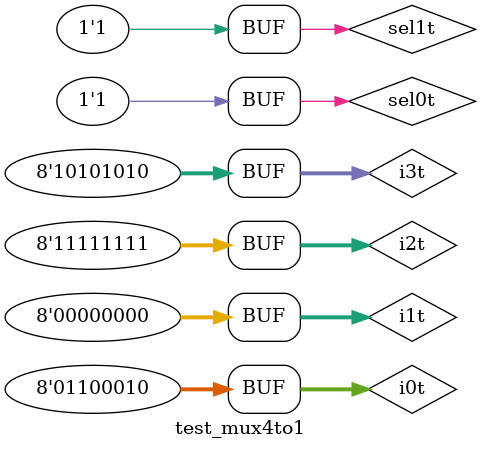
<source format=v>

module mux4to1(sel1, sel0, i0, i1, i2, i3, f);
  input sel0, sel1, i0, i1, i2, i3;
  output f;
  wire nsel1, nsel0, w1, w2, w3, w4;
  not(nsel1, sel1);
  not(nsel0, sel0);
  
  and(w1, nsel1, nsel0, i0);
  and(w2, nsel1, sel0, i1);
  and(w3, sel1, nsel0, i2);
  and(w4, sel1, sel0, i3);
  
  or(f, w1,w2,w3,w4);
  
endmodule

module mux4to1_8bit(sel1, sel0, i0, i1, i2, i3, f);
  input sel1, sel0;
  input [7:0]i3, i2, i1, i0;
  output [7:0]f;
  
  mux4to1 mux1(.sel1(sel1), .sel0(sel0), .i0(i0[0]), .i1(i1[0]), .i2(i2[0]), .i3(i3[0]), .f(f[0]));
  mux4to1 mux2(.sel1(sel1), .sel0(sel0), .i0(i0[1]), .i1(i1[1]), .i2(i2[1]), .i3(i3[1]), .f(f[1]));
  mux4to1 mux3(.sel1(sel1), .sel0(sel0), .i0(i0[2]), .i1(i1[2]), .i2(i2[2]), .i3(i3[2]), .f(f[2]));
  mux4to1 mux4(.sel1(sel1), .sel0(sel0), .i0(i0[3]), .i1(i1[3]), .i2(i2[3]), .i3(i3[3]), .f(f[3]));
  mux4to1 mux5(.sel1(sel1), .sel0(sel0), .i0(i0[4]), .i1(i1[4]), .i2(i2[4]), .i3(i3[4]), .f(f[4]));
  mux4to1 mux6(.sel1(sel1), .sel0(sel0), .i0(i0[5]), .i1(i1[5]), .i2(i2[5]), .i3(i3[5]), .f(f[5]));
  mux4to1 mux7(.sel1(sel1), .sel0(sel0), .i0(i0[6]), .i1(i1[6]), .i2(i2[6]), .i3(i3[6]), .f(f[6]));
  mux4to1 mux8(.sel1(sel1), .sel0(sel0), .i0(i0[7]), .i1(i1[7]), .i2(i2[7]), .i3(i3[7]), .f(f[7]));
  
endmodule

module test_mux4to1;
  reg [7:0]i0t, i1t, i2t, i3t;
  reg sel1t, sel0t;
  wire [7:0]q;
  mux4to1_8bit m8(.sel1(sel1t), .sel0(sel0t), .i0(i0t), .i1(i1t), .i2(i2t), .i3(i3t), .f(q));
  initial begin
    $monitor("sel1=%b, sel1=%b, i0=%b, i1=%b, i2=%b, i3=%b => f=%b", sel1t, sel0t, i0t, i1t, i2t, i3t, q);
    sel1t=1'b0; sel0t=1'b0; i0t=8'b01100010; i1t=8'b00000000; i2t=8'b11111111; i3t=8'b10101010;
    #10
    sel1t=1'b0; sel0t=1'b1; i0t=8'b01100010; i1t=8'b00000000; i2t=8'b11111111; i3t=8'b10101010;
    #10
    sel1t=1'b1; sel0t=1'b0; i0t=8'b01100010; i1t=8'b00000000; i2t=8'b11111111; i3t=8'b10101010;
    #10
    sel1t=1'b1; sel0t=1'b1; i0t=8'b01100010; i1t=8'b00000000; i2t=8'b11111111; i3t=8'b10101010;
  end
endmodule
</source>
